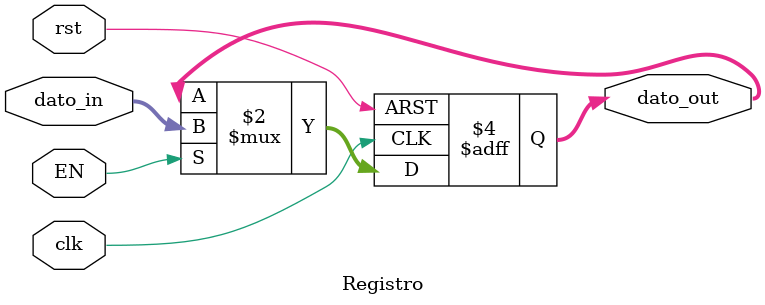
<source format=v>
`timescale 1ns / 1ps
module Registro(
    input wire [11:0] dato_in,
	 input wire EN,
    input wire rst,
    input wire clk,
    output reg[11:0] dato_out
    );
always @ (posedge clk, posedge rst)
	if (rst)
		dato_out <= 12'h800;
	else if (EN)
		dato_out <= dato_in;

endmodule

</source>
